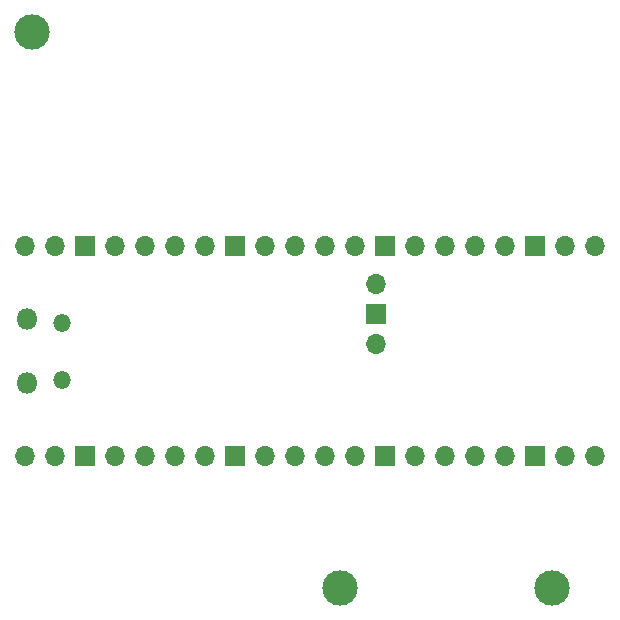
<source format=gbr>
%TF.GenerationSoftware,KiCad,Pcbnew,(6.0.10)*%
%TF.CreationDate,2023-02-15T00:38:02+01:00*%
%TF.ProjectId,Axe_lin_aire,4178655f-6c69-46ee-9961-6972652e6b69,rev?*%
%TF.SameCoordinates,Original*%
%TF.FileFunction,Soldermask,Bot*%
%TF.FilePolarity,Negative*%
%FSLAX46Y46*%
G04 Gerber Fmt 4.6, Leading zero omitted, Abs format (unit mm)*
G04 Created by KiCad (PCBNEW (6.0.10)) date 2023-02-15 00:38:02*
%MOMM*%
%LPD*%
G01*
G04 APERTURE LIST*
%ADD10C,3.000000*%
%ADD11O,1.800000X1.800000*%
%ADD12O,1.500000X1.500000*%
%ADD13O,1.700000X1.700000*%
%ADD14R,1.700000X1.700000*%
G04 APERTURE END LIST*
D10*
%TO.C,REF\u002A\u002A*%
X102500000Y-60500000D03*
%TD*%
D11*
%TO.C,U1*%
X102000000Y-90225000D03*
D12*
X105030000Y-89925000D03*
D11*
X102000000Y-84775000D03*
D12*
X105030000Y-85075000D03*
D13*
X101870000Y-96390000D03*
X104410000Y-96390000D03*
D14*
X106950000Y-96390000D03*
D13*
X109490000Y-96390000D03*
X112030000Y-96390000D03*
X114570000Y-96390000D03*
X117110000Y-96390000D03*
D14*
X119650000Y-96390000D03*
D13*
X122190000Y-96390000D03*
X124730000Y-96390000D03*
X127270000Y-96390000D03*
X129810000Y-96390000D03*
D14*
X132350000Y-96390000D03*
D13*
X134890000Y-96390000D03*
X137430000Y-96390000D03*
X139970000Y-96390000D03*
X142510000Y-96390000D03*
D14*
X145050000Y-96390000D03*
D13*
X147590000Y-96390000D03*
X150130000Y-96390000D03*
X150130000Y-78610000D03*
X147590000Y-78610000D03*
D14*
X145050000Y-78610000D03*
D13*
X142510000Y-78610000D03*
X139970000Y-78610000D03*
X137430000Y-78610000D03*
X134890000Y-78610000D03*
D14*
X132350000Y-78610000D03*
D13*
X129810000Y-78610000D03*
X127270000Y-78610000D03*
X124730000Y-78610000D03*
X122190000Y-78610000D03*
D14*
X119650000Y-78610000D03*
D13*
X117110000Y-78610000D03*
X114570000Y-78610000D03*
X112030000Y-78610000D03*
X109490000Y-78610000D03*
D14*
X106950000Y-78610000D03*
D13*
X104410000Y-78610000D03*
X101870000Y-78610000D03*
X131600000Y-86915900D03*
D14*
X131600000Y-84375900D03*
D13*
X131600000Y-81835900D03*
%TD*%
D10*
%TO.C,REF\u002A\u002A*%
X146500000Y-107500000D03*
%TD*%
%TO.C,REF\u002A\u002A*%
X128500000Y-107500000D03*
%TD*%
M02*

</source>
